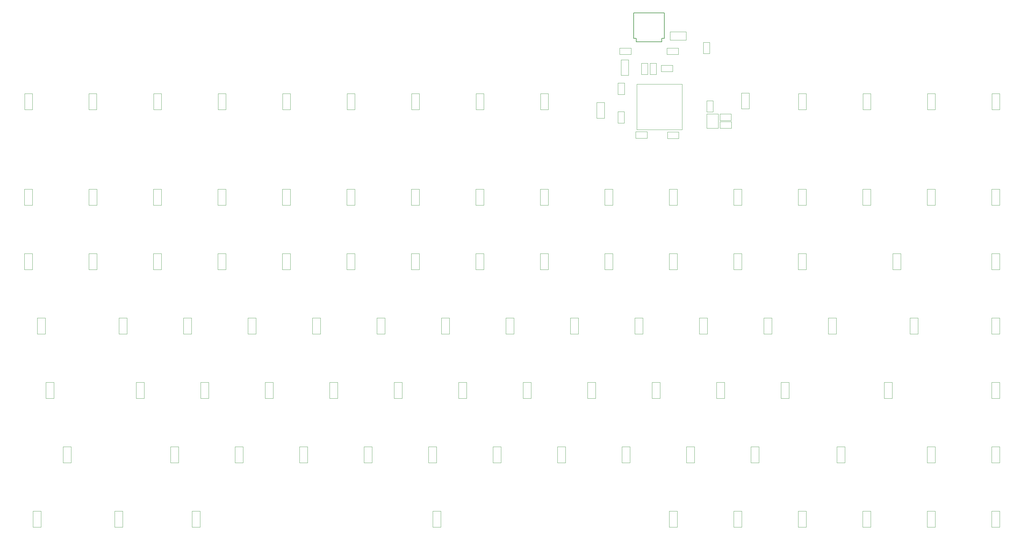
<source format=gbr>
G04 #@! TF.GenerationSoftware,KiCad,Pcbnew,(5.1.9)-1*
G04 #@! TF.CreationDate,2021-04-20T15:34:40+09:00*
G04 #@! TF.ProjectId,JupiterAdvanced,4a757069-7465-4724-9164-76616e636564,1*
G04 #@! TF.SameCoordinates,Original*
G04 #@! TF.FileFunction,Other,User*
%FSLAX46Y46*%
G04 Gerber Fmt 4.6, Leading zero omitted, Abs format (unit mm)*
G04 Created by KiCad (PCBNEW (5.1.9)-1) date 2021-04-20 15:34:40*
%MOMM*%
%LPD*%
G01*
G04 APERTURE LIST*
%ADD10C,0.050000*%
%ADD11C,0.150000*%
G04 APERTURE END LIST*
D10*
X273537500Y-88675000D02*
X273537500Y-86275000D01*
X273537500Y-86275000D02*
X268837500Y-86275000D01*
X268837500Y-86275000D02*
X268837500Y-88675000D01*
X268837500Y-88675000D02*
X273537500Y-88675000D01*
X272425000Y-101775000D02*
X272425000Y-115175000D01*
X259025000Y-101775000D02*
X259025000Y-115175000D01*
X259025000Y-115175000D02*
X272425000Y-115175000D01*
X259025000Y-101775000D02*
X272425000Y-101775000D01*
X260347420Y-98888580D02*
X262247420Y-98888580D01*
X262247420Y-98888580D02*
X262247420Y-95528580D01*
X262247420Y-95528580D02*
X260347420Y-95528580D01*
X260347420Y-95528580D02*
X260347420Y-98888580D01*
X262867100Y-98888580D02*
X264767100Y-98888580D01*
X264767100Y-98888580D02*
X264767100Y-95528580D01*
X264767100Y-95528580D02*
X262867100Y-95528580D01*
X262867100Y-95528580D02*
X262867100Y-98888580D01*
X283049100Y-110559520D02*
X283049100Y-114759520D01*
X279649100Y-110559520D02*
X283049100Y-110559520D01*
X279649100Y-114759520D02*
X279649100Y-110559520D01*
X283049100Y-114759520D02*
X279649100Y-114759520D01*
D11*
X266350240Y-89195980D02*
X266350240Y-88195980D01*
X258850240Y-89195980D02*
X266350240Y-89195980D01*
X258850240Y-88195980D02*
X258850240Y-89195980D01*
X258100240Y-80695980D02*
X258100240Y-88195980D01*
X267100240Y-80695980D02*
X258100240Y-80695980D01*
X267100240Y-88195980D02*
X267100240Y-80695980D01*
X266350240Y-88195980D02*
X267100240Y-88195980D01*
X258100240Y-88195980D02*
X258850240Y-88195980D01*
D10*
X280510020Y-92723520D02*
X280510020Y-89363520D01*
X278610020Y-92723520D02*
X280510020Y-92723520D01*
X278610020Y-89363520D02*
X278610020Y-92723520D01*
X280510020Y-89363520D02*
X278610020Y-89363520D01*
X262067500Y-115825000D02*
X258707500Y-115825000D01*
X262067500Y-117725000D02*
X262067500Y-115825000D01*
X258707500Y-117725000D02*
X262067500Y-117725000D01*
X258707500Y-115825000D02*
X258707500Y-117725000D01*
X253930120Y-92956420D02*
X257290120Y-92956420D01*
X253930120Y-91056420D02*
X253930120Y-92956420D01*
X257290120Y-91056420D02*
X253930120Y-91056420D01*
X257290120Y-92956420D02*
X257290120Y-91056420D01*
X271293620Y-91056420D02*
X267933620Y-91056420D01*
X271293620Y-92956420D02*
X271293620Y-91056420D01*
X267933620Y-92956420D02*
X271293620Y-92956420D01*
X267933620Y-91056420D02*
X267933620Y-92956420D01*
X254335420Y-94565120D02*
X254335420Y-99125120D01*
X256575420Y-94565120D02*
X254335420Y-94565120D01*
X256575420Y-99125120D02*
X256575420Y-94565120D01*
X254335420Y-99125120D02*
X256575420Y-99125120D01*
X366157120Y-232791620D02*
X363857120Y-232791620D01*
X363857120Y-228091620D02*
X363857120Y-232791620D01*
X366157120Y-228091620D02*
X363857120Y-228091620D01*
X366157120Y-232791620D02*
X366157120Y-228091620D01*
X366157120Y-213741620D02*
X363857120Y-213741620D01*
X363857120Y-209041620D02*
X363857120Y-213741620D01*
X366157120Y-209041620D02*
X363857120Y-209041620D01*
X366157120Y-213741620D02*
X366157120Y-209041620D01*
X366157120Y-194691620D02*
X363857120Y-194691620D01*
X363857120Y-189991620D02*
X363857120Y-194691620D01*
X366157120Y-189991620D02*
X363857120Y-189991620D01*
X366157120Y-194691620D02*
X366157120Y-189991620D01*
X366157120Y-175641620D02*
X363857120Y-175641620D01*
X363857120Y-170941620D02*
X363857120Y-175641620D01*
X366157120Y-170941620D02*
X363857120Y-170941620D01*
X366157120Y-175641620D02*
X366157120Y-170941620D01*
X366157120Y-156591620D02*
X363857120Y-156591620D01*
X363857120Y-151891620D02*
X363857120Y-156591620D01*
X366157120Y-151891620D02*
X363857120Y-151891620D01*
X366157120Y-156591620D02*
X366157120Y-151891620D01*
X366157120Y-137541620D02*
X363857120Y-137541620D01*
X363857120Y-132841620D02*
X363857120Y-137541620D01*
X366157120Y-132841620D02*
X363857120Y-132841620D01*
X366157120Y-137541620D02*
X366157120Y-132841620D01*
X366182520Y-109244820D02*
X363882520Y-109244820D01*
X363882520Y-104544820D02*
X363882520Y-109244820D01*
X366182520Y-104544820D02*
X363882520Y-104544820D01*
X366182520Y-109244820D02*
X366182520Y-104544820D01*
X347107120Y-232791620D02*
X344807120Y-232791620D01*
X344807120Y-228091620D02*
X344807120Y-232791620D01*
X347107120Y-228091620D02*
X344807120Y-228091620D01*
X347107120Y-232791620D02*
X347107120Y-228091620D01*
X347107120Y-213741620D02*
X344807120Y-213741620D01*
X344807120Y-209041620D02*
X344807120Y-213741620D01*
X347107120Y-209041620D02*
X344807120Y-209041620D01*
X347107120Y-213741620D02*
X347107120Y-209041620D01*
X342027120Y-175641620D02*
X339727120Y-175641620D01*
X339727120Y-170941620D02*
X339727120Y-175641620D01*
X342027120Y-170941620D02*
X339727120Y-170941620D01*
X342027120Y-175641620D02*
X342027120Y-170941620D01*
X336947120Y-156591620D02*
X334647120Y-156591620D01*
X334647120Y-151891620D02*
X334647120Y-156591620D01*
X336947120Y-151891620D02*
X334647120Y-151891620D01*
X336947120Y-156591620D02*
X336947120Y-151891620D01*
X347107120Y-137541620D02*
X344807120Y-137541620D01*
X344807120Y-132841620D02*
X344807120Y-137541620D01*
X347107120Y-132841620D02*
X344807120Y-132841620D01*
X347107120Y-137541620D02*
X347107120Y-132841620D01*
X347132520Y-109244820D02*
X344832520Y-109244820D01*
X344832520Y-104544820D02*
X344832520Y-109244820D01*
X347132520Y-104544820D02*
X344832520Y-104544820D01*
X347132520Y-109244820D02*
X347132520Y-104544820D01*
X328057120Y-232791620D02*
X325757120Y-232791620D01*
X325757120Y-228091620D02*
X325757120Y-232791620D01*
X328057120Y-228091620D02*
X325757120Y-228091620D01*
X328057120Y-232791620D02*
X328057120Y-228091620D01*
X320437120Y-213741620D02*
X318137120Y-213741620D01*
X318137120Y-209041620D02*
X318137120Y-213741620D01*
X320437120Y-209041620D02*
X318137120Y-209041620D01*
X320437120Y-213741620D02*
X320437120Y-209041620D01*
X334407120Y-194691620D02*
X332107120Y-194691620D01*
X332107120Y-189991620D02*
X332107120Y-194691620D01*
X334407120Y-189991620D02*
X332107120Y-189991620D01*
X334407120Y-194691620D02*
X334407120Y-189991620D01*
X317897120Y-175641620D02*
X315597120Y-175641620D01*
X315597120Y-170941620D02*
X315597120Y-175641620D01*
X317897120Y-170941620D02*
X315597120Y-170941620D01*
X317897120Y-175641620D02*
X317897120Y-170941620D01*
X328057120Y-137541620D02*
X325757120Y-137541620D01*
X325757120Y-132841620D02*
X325757120Y-137541620D01*
X328057120Y-132841620D02*
X325757120Y-132841620D01*
X328057120Y-137541620D02*
X328057120Y-132841620D01*
X328082520Y-109244820D02*
X325782520Y-109244820D01*
X325782520Y-104544820D02*
X325782520Y-109244820D01*
X328082520Y-104544820D02*
X325782520Y-104544820D01*
X328082520Y-109244820D02*
X328082520Y-104544820D01*
X309007120Y-232791620D02*
X306707120Y-232791620D01*
X306707120Y-228091620D02*
X306707120Y-232791620D01*
X309007120Y-228091620D02*
X306707120Y-228091620D01*
X309007120Y-232791620D02*
X309007120Y-228091620D01*
X303927120Y-194691620D02*
X301627120Y-194691620D01*
X301627120Y-189991620D02*
X301627120Y-194691620D01*
X303927120Y-189991620D02*
X301627120Y-189991620D01*
X303927120Y-194691620D02*
X303927120Y-189991620D01*
X298847120Y-175641620D02*
X296547120Y-175641620D01*
X296547120Y-170941620D02*
X296547120Y-175641620D01*
X298847120Y-170941620D02*
X296547120Y-170941620D01*
X298847120Y-175641620D02*
X298847120Y-170941620D01*
X309007120Y-156591620D02*
X306707120Y-156591620D01*
X306707120Y-151891620D02*
X306707120Y-156591620D01*
X309007120Y-151891620D02*
X306707120Y-151891620D01*
X309007120Y-156591620D02*
X309007120Y-151891620D01*
X309007120Y-137541620D02*
X306707120Y-137541620D01*
X306707120Y-132841620D02*
X306707120Y-137541620D01*
X309007120Y-132841620D02*
X306707120Y-132841620D01*
X309007120Y-137541620D02*
X309007120Y-132841620D01*
X309032520Y-109244820D02*
X306732520Y-109244820D01*
X306732520Y-104544820D02*
X306732520Y-109244820D01*
X309032520Y-104544820D02*
X306732520Y-104544820D01*
X309032520Y-109244820D02*
X309032520Y-104544820D01*
X289957120Y-232791620D02*
X287657120Y-232791620D01*
X287657120Y-228091620D02*
X287657120Y-232791620D01*
X289957120Y-228091620D02*
X287657120Y-228091620D01*
X289957120Y-232791620D02*
X289957120Y-228091620D01*
X295037120Y-213741620D02*
X292737120Y-213741620D01*
X292737120Y-209041620D02*
X292737120Y-213741620D01*
X295037120Y-209041620D02*
X292737120Y-209041620D01*
X295037120Y-213741620D02*
X295037120Y-209041620D01*
X284877120Y-194691620D02*
X282577120Y-194691620D01*
X282577120Y-189991620D02*
X282577120Y-194691620D01*
X284877120Y-189991620D02*
X282577120Y-189991620D01*
X284877120Y-194691620D02*
X284877120Y-189991620D01*
X279797120Y-175641620D02*
X277497120Y-175641620D01*
X277497120Y-170941620D02*
X277497120Y-175641620D01*
X279797120Y-170941620D02*
X277497120Y-170941620D01*
X279797120Y-175641620D02*
X279797120Y-170941620D01*
X289957120Y-156591620D02*
X287657120Y-156591620D01*
X287657120Y-151891620D02*
X287657120Y-156591620D01*
X289957120Y-151891620D02*
X287657120Y-151891620D01*
X289957120Y-156591620D02*
X289957120Y-151891620D01*
X289957120Y-137541620D02*
X287657120Y-137541620D01*
X287657120Y-132841620D02*
X287657120Y-137541620D01*
X289957120Y-132841620D02*
X287657120Y-132841620D01*
X289957120Y-137541620D02*
X289957120Y-132841620D01*
X292235020Y-109063020D02*
X289935020Y-109063020D01*
X289935020Y-104363020D02*
X289935020Y-109063020D01*
X292235020Y-104363020D02*
X289935020Y-104363020D01*
X292235020Y-109063020D02*
X292235020Y-104363020D01*
X270907120Y-232791620D02*
X268607120Y-232791620D01*
X268607120Y-228091620D02*
X268607120Y-232791620D01*
X270907120Y-228091620D02*
X268607120Y-228091620D01*
X270907120Y-232791620D02*
X270907120Y-228091620D01*
X275987120Y-213741620D02*
X273687120Y-213741620D01*
X273687120Y-209041620D02*
X273687120Y-213741620D01*
X275987120Y-209041620D02*
X273687120Y-209041620D01*
X275987120Y-213741620D02*
X275987120Y-209041620D01*
X265827120Y-194691620D02*
X263527120Y-194691620D01*
X263527120Y-189991620D02*
X263527120Y-194691620D01*
X265827120Y-189991620D02*
X263527120Y-189991620D01*
X265827120Y-194691620D02*
X265827120Y-189991620D01*
X260747120Y-175641620D02*
X258447120Y-175641620D01*
X258447120Y-170941620D02*
X258447120Y-175641620D01*
X260747120Y-170941620D02*
X258447120Y-170941620D01*
X260747120Y-175641620D02*
X260747120Y-170941620D01*
X270907120Y-156591620D02*
X268607120Y-156591620D01*
X268607120Y-151891620D02*
X268607120Y-156591620D01*
X270907120Y-151891620D02*
X268607120Y-151891620D01*
X270907120Y-156591620D02*
X270907120Y-151891620D01*
X270907120Y-137541620D02*
X268607120Y-137541620D01*
X268607120Y-132841620D02*
X268607120Y-137541620D01*
X270907120Y-132841620D02*
X268607120Y-132841620D01*
X270907120Y-137541620D02*
X270907120Y-132841620D01*
X256937120Y-213741620D02*
X254637120Y-213741620D01*
X254637120Y-209041620D02*
X254637120Y-213741620D01*
X256937120Y-209041620D02*
X254637120Y-209041620D01*
X256937120Y-213741620D02*
X256937120Y-209041620D01*
X246777120Y-194691620D02*
X244477120Y-194691620D01*
X244477120Y-189991620D02*
X244477120Y-194691620D01*
X246777120Y-189991620D02*
X244477120Y-189991620D01*
X246777120Y-194691620D02*
X246777120Y-189991620D01*
X241697120Y-175641620D02*
X239397120Y-175641620D01*
X239397120Y-170941620D02*
X239397120Y-175641620D01*
X241697120Y-170941620D02*
X239397120Y-170941620D01*
X241697120Y-175641620D02*
X241697120Y-170941620D01*
X251857120Y-156591620D02*
X249557120Y-156591620D01*
X249557120Y-151891620D02*
X249557120Y-156591620D01*
X251857120Y-151891620D02*
X249557120Y-151891620D01*
X251857120Y-156591620D02*
X251857120Y-151891620D01*
X251857120Y-137541620D02*
X249557120Y-137541620D01*
X249557120Y-132841620D02*
X249557120Y-137541620D01*
X251857120Y-132841620D02*
X249557120Y-132841620D01*
X251857120Y-137541620D02*
X251857120Y-132841620D01*
X249480720Y-111847860D02*
X247180720Y-111847860D01*
X247180720Y-107147860D02*
X247180720Y-111847860D01*
X249480720Y-107147860D02*
X247180720Y-107147860D01*
X249480720Y-111847860D02*
X249480720Y-107147860D01*
X237887120Y-213741620D02*
X235587120Y-213741620D01*
X235587120Y-209041620D02*
X235587120Y-213741620D01*
X237887120Y-209041620D02*
X235587120Y-209041620D01*
X237887120Y-213741620D02*
X237887120Y-209041620D01*
X227727120Y-194691620D02*
X225427120Y-194691620D01*
X225427120Y-189991620D02*
X225427120Y-194691620D01*
X227727120Y-189991620D02*
X225427120Y-189991620D01*
X227727120Y-194691620D02*
X227727120Y-189991620D01*
X222647120Y-175641620D02*
X220347120Y-175641620D01*
X220347120Y-170941620D02*
X220347120Y-175641620D01*
X222647120Y-170941620D02*
X220347120Y-170941620D01*
X222647120Y-175641620D02*
X222647120Y-170941620D01*
X232807120Y-156591620D02*
X230507120Y-156591620D01*
X230507120Y-151891620D02*
X230507120Y-156591620D01*
X232807120Y-151891620D02*
X230507120Y-151891620D01*
X232807120Y-156591620D02*
X232807120Y-151891620D01*
X232807120Y-137541620D02*
X230507120Y-137541620D01*
X230507120Y-132841620D02*
X230507120Y-137541620D01*
X232807120Y-132841620D02*
X230507120Y-132841620D01*
X232807120Y-137541620D02*
X232807120Y-132841620D01*
X232832520Y-109244820D02*
X230532520Y-109244820D01*
X230532520Y-104544820D02*
X230532520Y-109244820D01*
X232832520Y-104544820D02*
X230532520Y-104544820D01*
X232832520Y-109244820D02*
X232832520Y-104544820D01*
X218837120Y-213741620D02*
X216537120Y-213741620D01*
X216537120Y-209041620D02*
X216537120Y-213741620D01*
X218837120Y-209041620D02*
X216537120Y-209041620D01*
X218837120Y-213741620D02*
X218837120Y-209041620D01*
X208677120Y-194691620D02*
X206377120Y-194691620D01*
X206377120Y-189991620D02*
X206377120Y-194691620D01*
X208677120Y-189991620D02*
X206377120Y-189991620D01*
X208677120Y-194691620D02*
X208677120Y-189991620D01*
X203597120Y-175641620D02*
X201297120Y-175641620D01*
X201297120Y-170941620D02*
X201297120Y-175641620D01*
X203597120Y-170941620D02*
X201297120Y-170941620D01*
X203597120Y-175641620D02*
X203597120Y-170941620D01*
X213757120Y-156591620D02*
X211457120Y-156591620D01*
X211457120Y-151891620D02*
X211457120Y-156591620D01*
X213757120Y-151891620D02*
X211457120Y-151891620D01*
X213757120Y-156591620D02*
X213757120Y-151891620D01*
X213757120Y-137541620D02*
X211457120Y-137541620D01*
X211457120Y-132841620D02*
X211457120Y-137541620D01*
X213757120Y-132841620D02*
X211457120Y-132841620D01*
X213757120Y-137541620D02*
X213757120Y-132841620D01*
X213782520Y-109244820D02*
X211482520Y-109244820D01*
X211482520Y-104544820D02*
X211482520Y-109244820D01*
X213782520Y-104544820D02*
X211482520Y-104544820D01*
X213782520Y-109244820D02*
X213782520Y-104544820D01*
X201057120Y-232791620D02*
X198757120Y-232791620D01*
X198757120Y-228091620D02*
X198757120Y-232791620D01*
X201057120Y-228091620D02*
X198757120Y-228091620D01*
X201057120Y-232791620D02*
X201057120Y-228091620D01*
X199787120Y-213741620D02*
X197487120Y-213741620D01*
X197487120Y-209041620D02*
X197487120Y-213741620D01*
X199787120Y-209041620D02*
X197487120Y-209041620D01*
X199787120Y-213741620D02*
X199787120Y-209041620D01*
X189627120Y-194691620D02*
X187327120Y-194691620D01*
X187327120Y-189991620D02*
X187327120Y-194691620D01*
X189627120Y-189991620D02*
X187327120Y-189991620D01*
X189627120Y-194691620D02*
X189627120Y-189991620D01*
X184547120Y-175641620D02*
X182247120Y-175641620D01*
X182247120Y-170941620D02*
X182247120Y-175641620D01*
X184547120Y-170941620D02*
X182247120Y-170941620D01*
X184547120Y-175641620D02*
X184547120Y-170941620D01*
X194707120Y-156591620D02*
X192407120Y-156591620D01*
X192407120Y-151891620D02*
X192407120Y-156591620D01*
X194707120Y-151891620D02*
X192407120Y-151891620D01*
X194707120Y-156591620D02*
X194707120Y-151891620D01*
X194707120Y-137541620D02*
X192407120Y-137541620D01*
X192407120Y-132841620D02*
X192407120Y-137541620D01*
X194707120Y-132841620D02*
X192407120Y-132841620D01*
X194707120Y-137541620D02*
X194707120Y-132841620D01*
X194732520Y-109244820D02*
X192432520Y-109244820D01*
X192432520Y-104544820D02*
X192432520Y-109244820D01*
X194732520Y-104544820D02*
X192432520Y-104544820D01*
X194732520Y-109244820D02*
X194732520Y-104544820D01*
X180737120Y-213741620D02*
X178437120Y-213741620D01*
X178437120Y-209041620D02*
X178437120Y-213741620D01*
X180737120Y-209041620D02*
X178437120Y-209041620D01*
X180737120Y-213741620D02*
X180737120Y-209041620D01*
X170577120Y-194691620D02*
X168277120Y-194691620D01*
X168277120Y-189991620D02*
X168277120Y-194691620D01*
X170577120Y-189991620D02*
X168277120Y-189991620D01*
X170577120Y-194691620D02*
X170577120Y-189991620D01*
X165497120Y-175641620D02*
X163197120Y-175641620D01*
X163197120Y-170941620D02*
X163197120Y-175641620D01*
X165497120Y-170941620D02*
X163197120Y-170941620D01*
X165497120Y-175641620D02*
X165497120Y-170941620D01*
X175657120Y-156591620D02*
X173357120Y-156591620D01*
X173357120Y-151891620D02*
X173357120Y-156591620D01*
X175657120Y-151891620D02*
X173357120Y-151891620D01*
X175657120Y-156591620D02*
X175657120Y-151891620D01*
X175657120Y-137541620D02*
X173357120Y-137541620D01*
X173357120Y-132841620D02*
X173357120Y-137541620D01*
X175657120Y-132841620D02*
X173357120Y-132841620D01*
X175657120Y-137541620D02*
X175657120Y-132841620D01*
X175682520Y-109244820D02*
X173382520Y-109244820D01*
X173382520Y-104544820D02*
X173382520Y-109244820D01*
X175682520Y-104544820D02*
X173382520Y-104544820D01*
X175682520Y-109244820D02*
X175682520Y-104544820D01*
X161687120Y-213741620D02*
X159387120Y-213741620D01*
X159387120Y-209041620D02*
X159387120Y-213741620D01*
X161687120Y-209041620D02*
X159387120Y-209041620D01*
X161687120Y-213741620D02*
X161687120Y-209041620D01*
X151527120Y-194691620D02*
X149227120Y-194691620D01*
X149227120Y-189991620D02*
X149227120Y-194691620D01*
X151527120Y-189991620D02*
X149227120Y-189991620D01*
X151527120Y-194691620D02*
X151527120Y-189991620D01*
X146447120Y-175641620D02*
X144147120Y-175641620D01*
X144147120Y-170941620D02*
X144147120Y-175641620D01*
X146447120Y-170941620D02*
X144147120Y-170941620D01*
X146447120Y-175641620D02*
X146447120Y-170941620D01*
X156607120Y-156591620D02*
X154307120Y-156591620D01*
X154307120Y-151891620D02*
X154307120Y-156591620D01*
X156607120Y-151891620D02*
X154307120Y-151891620D01*
X156607120Y-156591620D02*
X156607120Y-151891620D01*
X156607120Y-137541620D02*
X154307120Y-137541620D01*
X154307120Y-132841620D02*
X154307120Y-137541620D01*
X156607120Y-132841620D02*
X154307120Y-132841620D01*
X156607120Y-137541620D02*
X156607120Y-132841620D01*
X156632520Y-109244820D02*
X154332520Y-109244820D01*
X154332520Y-104544820D02*
X154332520Y-109244820D01*
X156632520Y-104544820D02*
X154332520Y-104544820D01*
X156632520Y-109244820D02*
X156632520Y-104544820D01*
X129937120Y-232791620D02*
X127637120Y-232791620D01*
X127637120Y-228091620D02*
X127637120Y-232791620D01*
X129937120Y-228091620D02*
X127637120Y-228091620D01*
X129937120Y-232791620D02*
X129937120Y-228091620D01*
X142637120Y-213741620D02*
X140337120Y-213741620D01*
X140337120Y-209041620D02*
X140337120Y-213741620D01*
X142637120Y-209041620D02*
X140337120Y-209041620D01*
X142637120Y-213741620D02*
X142637120Y-209041620D01*
X132477120Y-194691620D02*
X130177120Y-194691620D01*
X130177120Y-189991620D02*
X130177120Y-194691620D01*
X132477120Y-189991620D02*
X130177120Y-189991620D01*
X132477120Y-194691620D02*
X132477120Y-189991620D01*
X127397120Y-175641620D02*
X125097120Y-175641620D01*
X125097120Y-170941620D02*
X125097120Y-175641620D01*
X127397120Y-170941620D02*
X125097120Y-170941620D01*
X127397120Y-175641620D02*
X127397120Y-170941620D01*
X137557120Y-156591620D02*
X135257120Y-156591620D01*
X135257120Y-151891620D02*
X135257120Y-156591620D01*
X137557120Y-151891620D02*
X135257120Y-151891620D01*
X137557120Y-156591620D02*
X137557120Y-151891620D01*
X137557120Y-137541620D02*
X135257120Y-137541620D01*
X135257120Y-132841620D02*
X135257120Y-137541620D01*
X137557120Y-132841620D02*
X135257120Y-132841620D01*
X137557120Y-137541620D02*
X137557120Y-132841620D01*
X137582520Y-109244820D02*
X135282520Y-109244820D01*
X135282520Y-104544820D02*
X135282520Y-109244820D01*
X137582520Y-104544820D02*
X135282520Y-104544820D01*
X137582520Y-109244820D02*
X137582520Y-104544820D01*
X123587120Y-213741620D02*
X121287120Y-213741620D01*
X121287120Y-209041620D02*
X121287120Y-213741620D01*
X123587120Y-209041620D02*
X121287120Y-209041620D01*
X123587120Y-213741620D02*
X123587120Y-209041620D01*
X113427120Y-194691620D02*
X111127120Y-194691620D01*
X111127120Y-189991620D02*
X111127120Y-194691620D01*
X113427120Y-189991620D02*
X111127120Y-189991620D01*
X113427120Y-194691620D02*
X113427120Y-189991620D01*
X108347120Y-175641620D02*
X106047120Y-175641620D01*
X106047120Y-170941620D02*
X106047120Y-175641620D01*
X108347120Y-170941620D02*
X106047120Y-170941620D01*
X108347120Y-175641620D02*
X108347120Y-170941620D01*
X118507120Y-156591620D02*
X116207120Y-156591620D01*
X116207120Y-151891620D02*
X116207120Y-156591620D01*
X118507120Y-151891620D02*
X116207120Y-151891620D01*
X118507120Y-156591620D02*
X118507120Y-151891620D01*
X118507120Y-137541620D02*
X116207120Y-137541620D01*
X116207120Y-132841620D02*
X116207120Y-137541620D01*
X118507120Y-132841620D02*
X116207120Y-132841620D01*
X118507120Y-137541620D02*
X118507120Y-132841620D01*
X118532520Y-109244820D02*
X116232520Y-109244820D01*
X116232520Y-104544820D02*
X116232520Y-109244820D01*
X118532520Y-104544820D02*
X116232520Y-104544820D01*
X118532520Y-109244820D02*
X118532520Y-104544820D01*
X107077120Y-232791620D02*
X104777120Y-232791620D01*
X104777120Y-228091620D02*
X104777120Y-232791620D01*
X107077120Y-228091620D02*
X104777120Y-228091620D01*
X107077120Y-232791620D02*
X107077120Y-228091620D01*
X91837120Y-213741620D02*
X89537120Y-213741620D01*
X89537120Y-209041620D02*
X89537120Y-213741620D01*
X91837120Y-209041620D02*
X89537120Y-209041620D01*
X91837120Y-213741620D02*
X91837120Y-209041620D01*
X99457120Y-156591620D02*
X97157120Y-156591620D01*
X97157120Y-151891620D02*
X97157120Y-156591620D01*
X99457120Y-151891620D02*
X97157120Y-151891620D01*
X99457120Y-156591620D02*
X99457120Y-151891620D01*
X99457120Y-137541620D02*
X97157120Y-137541620D01*
X97157120Y-132841620D02*
X97157120Y-137541620D01*
X99457120Y-132841620D02*
X97157120Y-132841620D01*
X99457120Y-137541620D02*
X99457120Y-132841620D01*
X99431720Y-109270220D02*
X97131720Y-109270220D01*
X97131720Y-104570220D02*
X97131720Y-109270220D01*
X99431720Y-104570220D02*
X97131720Y-104570220D01*
X99431720Y-109270220D02*
X99431720Y-104570220D01*
X82947120Y-232791620D02*
X80647120Y-232791620D01*
X80647120Y-228091620D02*
X80647120Y-232791620D01*
X82947120Y-228091620D02*
X80647120Y-228091620D01*
X82947120Y-232791620D02*
X82947120Y-228091620D01*
X86757120Y-194691620D02*
X84457120Y-194691620D01*
X84457120Y-189991620D02*
X84457120Y-194691620D01*
X86757120Y-189991620D02*
X84457120Y-189991620D01*
X86757120Y-194691620D02*
X86757120Y-189991620D01*
X84217120Y-175641620D02*
X81917120Y-175641620D01*
X81917120Y-170941620D02*
X81917120Y-175641620D01*
X84217120Y-170941620D02*
X81917120Y-170941620D01*
X84217120Y-175641620D02*
X84217120Y-170941620D01*
X80407120Y-156591620D02*
X78107120Y-156591620D01*
X78107120Y-151891620D02*
X78107120Y-156591620D01*
X80407120Y-151891620D02*
X78107120Y-151891620D01*
X80407120Y-156591620D02*
X80407120Y-151891620D01*
X80407120Y-137541620D02*
X78107120Y-137541620D01*
X78107120Y-132841620D02*
X78107120Y-137541620D01*
X80407120Y-132841620D02*
X78107120Y-132841620D01*
X80407120Y-137541620D02*
X80407120Y-132841620D01*
X80432520Y-109244820D02*
X78132520Y-109244820D01*
X78132520Y-104544820D02*
X78132520Y-109244820D01*
X80432520Y-104544820D02*
X78132520Y-104544820D01*
X80432520Y-109244820D02*
X80432520Y-104544820D01*
X266245000Y-98025000D02*
X269605000Y-98025000D01*
X266245000Y-96125000D02*
X266245000Y-98025000D01*
X269605000Y-96125000D02*
X266245000Y-96125000D01*
X269605000Y-98025000D02*
X269605000Y-96125000D01*
X286891520Y-110576320D02*
X283531520Y-110576320D01*
X286891520Y-112476320D02*
X286891520Y-110576320D01*
X283531520Y-112476320D02*
X286891520Y-112476320D01*
X283531520Y-110576320D02*
X283531520Y-112476320D01*
X286916920Y-112849620D02*
X283556920Y-112849620D01*
X286916920Y-114749620D02*
X286916920Y-112849620D01*
X283556920Y-114749620D02*
X286916920Y-114749620D01*
X283556920Y-112849620D02*
X283556920Y-114749620D01*
X255325920Y-104763120D02*
X255325920Y-101403120D01*
X253425920Y-104763120D02*
X255325920Y-104763120D01*
X253425920Y-101403120D02*
X253425920Y-104763120D01*
X255325920Y-101403120D02*
X253425920Y-101403120D01*
X271405000Y-115925000D02*
X268045000Y-115925000D01*
X271405000Y-117825000D02*
X271405000Y-115925000D01*
X268045000Y-117825000D02*
X271405000Y-117825000D01*
X268045000Y-115925000D02*
X268045000Y-117825000D01*
X281526020Y-109993220D02*
X281526020Y-106633220D01*
X279626020Y-109993220D02*
X281526020Y-109993220D01*
X279626020Y-106633220D02*
X279626020Y-109993220D01*
X281526020Y-106633220D02*
X279626020Y-106633220D01*
X253413220Y-109869420D02*
X253413220Y-113229420D01*
X255313220Y-109869420D02*
X253413220Y-109869420D01*
X255313220Y-113229420D02*
X255313220Y-109869420D01*
X253413220Y-113229420D02*
X255313220Y-113229420D01*
M02*

</source>
